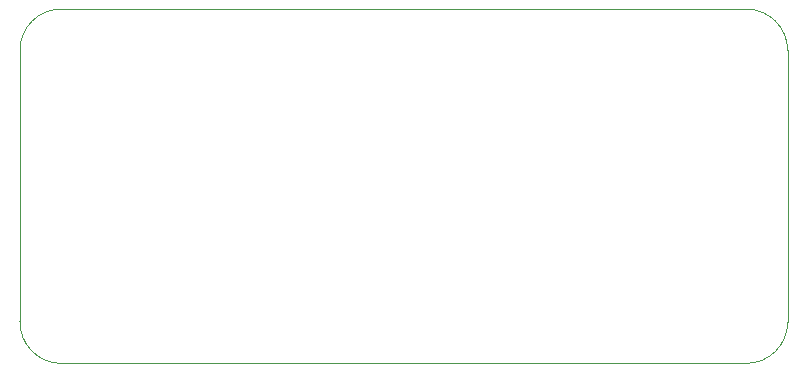
<source format=gm1>
G04 #@! TF.GenerationSoftware,KiCad,Pcbnew,(6.0.4)*
G04 #@! TF.CreationDate,2022-08-30T22:22:21+03:00*
G04 #@! TF.ProjectId,Pluton32,506c7574-6f6e-4333-922e-6b696361645f,1.0*
G04 #@! TF.SameCoordinates,Original*
G04 #@! TF.FileFunction,Profile,NP*
%FSLAX46Y46*%
G04 Gerber Fmt 4.6, Leading zero omitted, Abs format (unit mm)*
G04 Created by KiCad (PCBNEW (6.0.4)) date 2022-08-30 22:22:21*
%MOMM*%
%LPD*%
G01*
G04 APERTURE LIST*
G04 #@! TA.AperFunction,Profile*
%ADD10C,0.120000*%
G04 #@! TD*
G04 APERTURE END LIST*
D10*
X118800000Y-112000000D02*
X176800000Y-112000000D01*
X115300000Y-85500000D02*
X115300000Y-108400000D01*
X176800000Y-82000000D02*
X118800000Y-82000000D01*
X180300000Y-108500000D02*
X180300000Y-85500000D01*
X115300000Y-108400000D02*
G75*
G03*
X118800000Y-112000000I3499999J-98612D01*
G01*
X176800000Y-112000000D02*
G75*
G03*
X180300000Y-108500000I0J3500000D01*
G01*
X118800000Y-82000000D02*
G75*
G03*
X115300000Y-85500000I-1J-3499999D01*
G01*
X180300000Y-85500000D02*
G75*
G03*
X176800000Y-82000000I-3500000J0D01*
G01*
M02*

</source>
